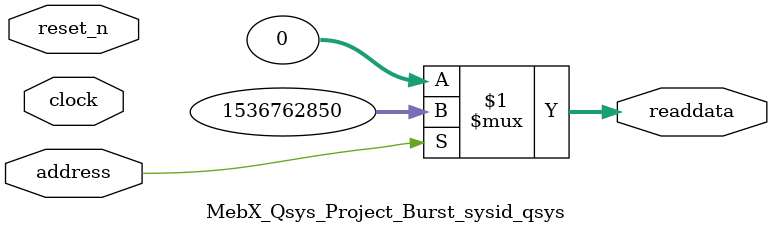
<source format=v>



// synthesis translate_off
`timescale 1ns / 1ps
// synthesis translate_on

// turn off superfluous verilog processor warnings 
// altera message_level Level1 
// altera message_off 10034 10035 10036 10037 10230 10240 10030 

module MebX_Qsys_Project_Burst_sysid_qsys (
               // inputs:
                address,
                clock,
                reset_n,

               // outputs:
                readdata
             )
;

  output  [ 31: 0] readdata;
  input            address;
  input            clock;
  input            reset_n;

  wire    [ 31: 0] readdata;
  //control_slave, which is an e_avalon_slave
  assign readdata = address ? 1536762850 : 0;

endmodule



</source>
